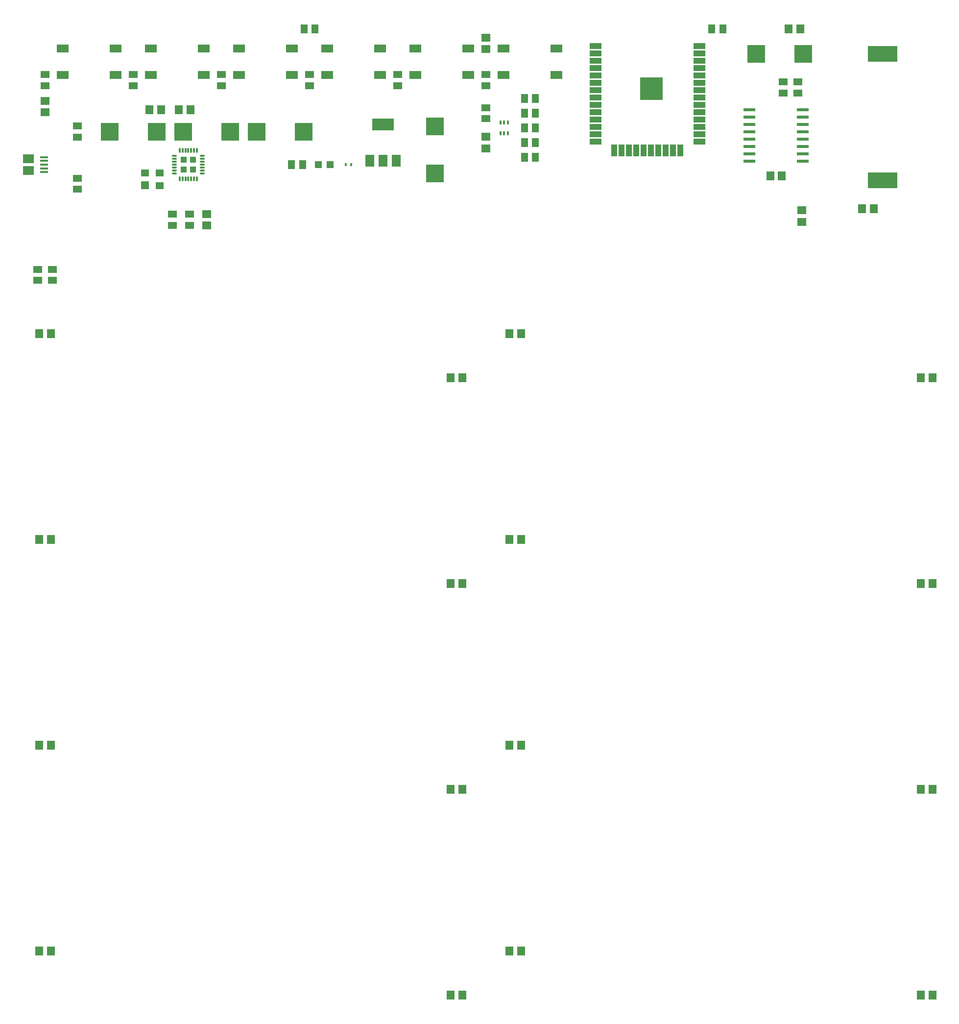
<source format=gbp>
G04 #@! TF.GenerationSoftware,KiCad,Pcbnew,5.0.0-rc2-dev-unknown-94dbcc7~63~ubuntu16.04.1*
G04 #@! TF.CreationDate,2018-04-08T19:39:25+05:30*
G04 #@! TF.ProjectId,ClockIOT,436C6F636B494F542E6B696361645F70,rev 1*
G04 #@! TF.SameCoordinates,Original*
G04 #@! TF.FileFunction,Paste,Bot*
G04 #@! TF.FilePolarity,Positive*
%FSLAX46Y46*%
G04 Gerber Fmt 4.6, Leading zero omitted, Abs format (unit mm)*
G04 Created by KiCad (PCBNEW 5.0.0-rc2-dev-unknown-94dbcc7~63~ubuntu16.04.1) date Sun Apr  8 19:39:25 2018*
%MOMM*%
%LPD*%
G01*
G04 APERTURE LIST*
%ADD10R,5.080000X2.794000*%
%ADD11R,2.100000X1.400000*%
%ADD12R,3.048000X3.048000*%
%ADD13R,1.400000X1.200000*%
%ADD14R,1.400000X1.400000*%
%ADD15R,1.900000X1.500000*%
%ADD16R,1.350000X0.400000*%
%ADD17O,0.850000X0.300000*%
%ADD18O,0.300000X0.850000*%
%ADD19R,1.005000X1.005000*%
%ADD20R,1.498600X1.300480*%
%ADD21R,1.550000X1.350000*%
%ADD22R,1.350000X1.550000*%
%ADD23R,1.500000X2.000000*%
%ADD24R,3.800000X2.000000*%
%ADD25R,1.300480X1.498600*%
%ADD26R,0.400000X0.650000*%
%ADD27R,1.998980X0.599440*%
%ADD28R,0.400000X0.600000*%
%ADD29R,4.000000X4.000000*%
%ADD30R,2.000000X1.000000*%
%ADD31R,1.000000X2.000000*%
%ADD32R,1.198880X1.198880*%
G04 APERTURE END LIST*
D10*
X200025000Y-58293000D03*
X200025000Y-80137000D03*
D11*
X88795000Y-57440000D03*
X97895000Y-57440000D03*
X97895000Y-61940000D03*
X88795000Y-61940000D03*
D12*
X91821000Y-71755000D03*
X99949000Y-71755000D03*
D13*
X75087000Y-81110000D03*
X75087000Y-78910000D03*
X72487000Y-78910000D03*
D14*
X72487000Y-81010000D03*
D15*
X52355000Y-76470000D03*
D16*
X55055000Y-78120000D03*
X55055000Y-78770000D03*
X55055000Y-76170000D03*
X55055000Y-76820000D03*
X55055000Y-77470000D03*
D15*
X52355000Y-78470000D03*
D11*
X73555000Y-57440000D03*
X82655000Y-57440000D03*
X82655000Y-61940000D03*
X73555000Y-61940000D03*
D12*
X186309000Y-58293000D03*
X178181000Y-58293000D03*
D17*
X77560000Y-78970000D03*
X77560000Y-78470000D03*
X77560000Y-77970000D03*
X77560000Y-77470000D03*
X77560000Y-76970000D03*
X77560000Y-76470000D03*
X77560000Y-75970000D03*
D18*
X78510000Y-75020000D03*
X79010000Y-75020000D03*
X79510000Y-75020000D03*
X80010000Y-75020000D03*
X80510000Y-75020000D03*
X81010000Y-75020000D03*
X81510000Y-75020000D03*
D17*
X82460000Y-75970000D03*
X82460000Y-76470000D03*
X82460000Y-76970000D03*
X82460000Y-77470000D03*
X82460000Y-77970000D03*
X82460000Y-78470000D03*
X82460000Y-78970000D03*
D18*
X81510000Y-79920000D03*
X81010000Y-79920000D03*
X80510000Y-79920000D03*
X80010000Y-79920000D03*
X79510000Y-79920000D03*
X79010000Y-79920000D03*
X78510000Y-79920000D03*
D19*
X80847500Y-76632500D03*
X80847500Y-78307500D03*
X79172500Y-76632500D03*
X79172500Y-78307500D03*
D20*
X70485000Y-61912500D03*
X70485000Y-63817500D03*
X85725000Y-61912500D03*
X85725000Y-63817500D03*
D21*
X83185000Y-87995000D03*
X83185000Y-85995000D03*
D11*
X143615000Y-61940000D03*
X134515000Y-61940000D03*
X134515000Y-57440000D03*
X143615000Y-57440000D03*
D12*
X122682000Y-78994000D03*
X122682000Y-70866000D03*
D22*
X182610000Y-79375000D03*
X180610000Y-79375000D03*
D20*
X100965000Y-61912500D03*
X100965000Y-63817500D03*
X116205000Y-61912500D03*
X116205000Y-63817500D03*
X80250000Y-86047500D03*
X80250000Y-87952500D03*
D23*
X115965000Y-76810000D03*
X111365000Y-76810000D03*
X113665000Y-76810000D03*
D24*
X113665000Y-70510000D03*
D25*
X140017500Y-68580000D03*
X138112500Y-68580000D03*
X138112500Y-71120000D03*
X140017500Y-71120000D03*
X140017500Y-73660000D03*
X138112500Y-73660000D03*
X140017500Y-76200000D03*
X138112500Y-76200000D03*
D20*
X131445000Y-63817500D03*
X131445000Y-61912500D03*
X55245000Y-63817500D03*
X55245000Y-61912500D03*
D25*
X97853500Y-77470000D03*
X99758500Y-77470000D03*
D20*
X131445000Y-67627500D03*
X131445000Y-69532500D03*
D26*
X133970000Y-72070000D03*
X135270000Y-72070000D03*
X134620000Y-70170000D03*
X134620000Y-72070000D03*
X135270000Y-70170000D03*
X133970000Y-70170000D03*
D22*
X183785000Y-53975000D03*
X185785000Y-53975000D03*
X78375000Y-67945000D03*
X80375000Y-67945000D03*
D12*
X87249000Y-71755000D03*
X79121000Y-71755000D03*
D22*
X75295000Y-67945000D03*
X73295000Y-67945000D03*
D12*
X66421000Y-71755000D03*
X74549000Y-71755000D03*
D21*
X131445000Y-57515000D03*
X131445000Y-55515000D03*
X55245000Y-66437000D03*
X55245000Y-68437000D03*
D20*
X77250000Y-86047500D03*
X77250000Y-87952500D03*
X185420000Y-63182500D03*
X185420000Y-65087500D03*
X182880000Y-63182500D03*
X182880000Y-65087500D03*
D11*
X104035000Y-57440000D03*
X113135000Y-57440000D03*
X113135000Y-61940000D03*
X104035000Y-61940000D03*
D27*
X176959260Y-67945000D03*
X176959260Y-69215000D03*
X176959260Y-70485000D03*
X176959260Y-71755000D03*
X176959260Y-73025000D03*
X176959260Y-74295000D03*
X176959260Y-75565000D03*
X176959260Y-76835000D03*
X186260740Y-76835000D03*
X186260740Y-75565000D03*
X186260740Y-74295000D03*
X186260740Y-73025000D03*
X186260740Y-71755000D03*
X186260740Y-70485000D03*
X186260740Y-69215000D03*
X186260740Y-67945000D03*
D11*
X67415000Y-61940000D03*
X58315000Y-61940000D03*
X58315000Y-57440000D03*
X67415000Y-57440000D03*
D21*
X186055000Y-87360000D03*
X186055000Y-85360000D03*
D22*
X196485000Y-85090000D03*
X198485000Y-85090000D03*
D28*
X108146000Y-77470000D03*
X107246000Y-77470000D03*
D29*
X160085000Y-64380000D03*
D30*
X150385000Y-56980000D03*
X150385000Y-58250000D03*
X150385000Y-59520000D03*
X150385000Y-60790000D03*
X150385000Y-62060000D03*
X150385000Y-63330000D03*
X150385000Y-64600000D03*
X150385000Y-65870000D03*
X150385000Y-67140000D03*
X150385000Y-68410000D03*
X150385000Y-69680000D03*
X150385000Y-70950000D03*
X150385000Y-72220000D03*
X150385000Y-73490000D03*
D31*
X153670000Y-74980000D03*
X154940000Y-74980000D03*
X156210000Y-74980000D03*
X157480000Y-74980000D03*
X158750000Y-74980000D03*
X160020000Y-74980000D03*
X161290000Y-74980000D03*
X162560000Y-74980000D03*
X163830000Y-74980000D03*
X165100000Y-74980000D03*
D30*
X168385000Y-73490000D03*
X168385000Y-72220000D03*
X168385000Y-70950000D03*
X168385000Y-69680000D03*
X168385000Y-68410000D03*
X168385000Y-67140000D03*
X168385000Y-65870000D03*
X168385000Y-64600000D03*
X168385000Y-63330000D03*
X168385000Y-62060000D03*
X168385000Y-60790000D03*
X168385000Y-59520000D03*
X168385000Y-58250000D03*
X168385000Y-56980000D03*
D25*
X140017500Y-66040000D03*
X138112500Y-66040000D03*
D21*
X131445000Y-72660000D03*
X131445000Y-74660000D03*
D11*
X119275000Y-57440000D03*
X128375000Y-57440000D03*
X128375000Y-61940000D03*
X119275000Y-61940000D03*
D32*
X102455980Y-77470000D03*
X104554020Y-77470000D03*
D22*
X56245000Y-177800000D03*
X54245000Y-177800000D03*
X137525000Y-142240000D03*
X135525000Y-142240000D03*
X56245000Y-106680000D03*
X54245000Y-106680000D03*
D20*
X53975000Y-97472500D03*
X53975000Y-95567500D03*
X56515000Y-97472500D03*
X56515000Y-95567500D03*
D25*
X101917500Y-53975000D03*
X100012500Y-53975000D03*
X170497500Y-53975000D03*
X172402500Y-53975000D03*
D22*
X137525000Y-106680000D03*
X135525000Y-106680000D03*
X206645000Y-114300000D03*
X208645000Y-114300000D03*
X125365000Y-114300000D03*
X127365000Y-114300000D03*
X56245000Y-142240000D03*
X54245000Y-142240000D03*
X206645000Y-149860000D03*
X208645000Y-149860000D03*
X125365000Y-149860000D03*
X127365000Y-149860000D03*
X137525000Y-177800000D03*
X135525000Y-177800000D03*
X206645000Y-185420000D03*
X208645000Y-185420000D03*
X125365000Y-185420000D03*
X127365000Y-185420000D03*
X56245000Y-213360000D03*
X54245000Y-213360000D03*
X137525000Y-213360000D03*
X135525000Y-213360000D03*
X206645000Y-220980000D03*
X208645000Y-220980000D03*
X125365000Y-220980000D03*
X127365000Y-220980000D03*
D20*
X60833000Y-79819500D03*
X60833000Y-81724500D03*
X60833000Y-72707500D03*
X60833000Y-70802500D03*
M02*

</source>
